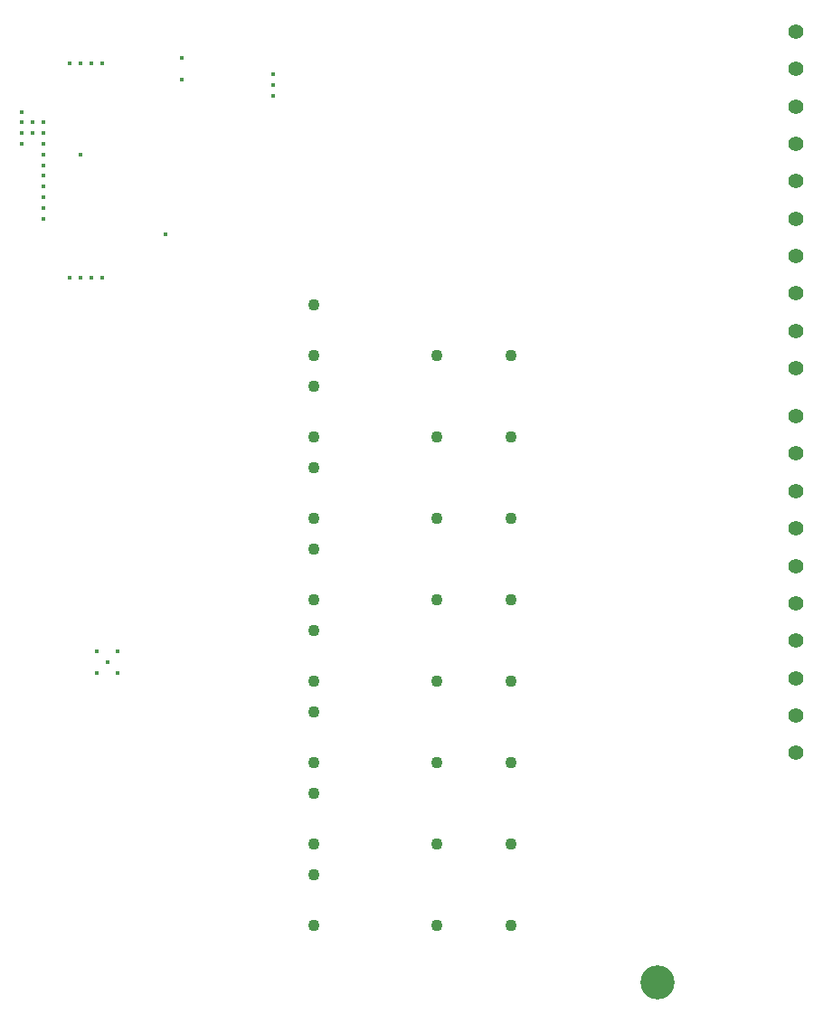
<source format=gbr>
%TF.GenerationSoftware,KiCad,Pcbnew,9.0.2*%
%TF.CreationDate,2025-05-29T14:29:54+03:00*%
%TF.ProjectId,PM-CNV_RQ8,504d2d43-4e56-45f5-9251-382e6b696361,rev?*%
%TF.SameCoordinates,Original*%
%TF.FileFunction,Plated,1,2,PTH,Drill*%
%TF.FilePolarity,Positive*%
%FSLAX46Y46*%
G04 Gerber Fmt 4.6, Leading zero omitted, Abs format (unit mm)*
G04 Created by KiCad (PCBNEW 9.0.2) date 2025-05-29 14:29:54*
%MOMM*%
%LPD*%
G01*
G04 APERTURE LIST*
%TA.AperFunction,ViaDrill*%
%ADD10C,0.400000*%
%TD*%
%TA.AperFunction,ComponentDrill*%
%ADD11C,1.100000*%
%TD*%
%TA.AperFunction,ComponentDrill*%
%ADD12C,1.400000*%
%TD*%
%TA.AperFunction,ComponentDrill*%
%ADD13C,3.200000*%
%TD*%
G04 APERTURE END LIST*
D10*
X-37500000Y35500000D03*
X-37500000Y34500000D03*
X-37500000Y33500000D03*
X-37500000Y32500000D03*
X-36500000Y34500000D03*
X-36500000Y33500000D03*
X-35500000Y34500000D03*
X-35500000Y33500000D03*
X-35500000Y32500000D03*
X-35500000Y31500000D03*
X-35500000Y30500000D03*
X-35500000Y29500000D03*
X-35500000Y28500000D03*
X-35500000Y27500000D03*
X-35500000Y26500000D03*
X-35500000Y25500000D03*
X-33000000Y40000000D03*
X-33000000Y20000000D03*
X-32000000Y40000000D03*
X-32000000Y31500000D03*
X-32000000Y20000000D03*
X-31000000Y40000000D03*
X-31000000Y20000000D03*
X-30500000Y-15000000D03*
X-30500000Y-17000000D03*
X-30000000Y40000000D03*
X-30000000Y20000000D03*
X-29500000Y-16000000D03*
X-28500000Y-15000000D03*
X-28500000Y-17000000D03*
X-24000000Y24000000D03*
X-22500000Y40500000D03*
X-22500000Y38500000D03*
X-14000000Y39000000D03*
X-14000000Y38000000D03*
X-14000000Y37000000D03*
D11*
%TO.C,K1*%
X-10160000Y17400000D03*
X-10160000Y12700000D03*
%TO.C,K2*%
X-10160000Y9780000D03*
X-10160000Y5080000D03*
%TO.C,K3*%
X-10160000Y2160000D03*
X-10160000Y-2540000D03*
%TO.C,K4*%
X-10160000Y-5460000D03*
X-10160000Y-10160000D03*
%TO.C,K5*%
X-10160000Y-13080000D03*
X-10160000Y-17780000D03*
%TO.C,K6*%
X-10160000Y-20700000D03*
X-10160000Y-25400000D03*
%TO.C,K7*%
X-10160000Y-28320000D03*
X-10160000Y-33020000D03*
%TO.C,K8*%
X-10160000Y-35940000D03*
X-10160000Y-40640000D03*
%TO.C,K1*%
X1340000Y12700000D03*
%TO.C,K2*%
X1340000Y5080000D03*
%TO.C,K3*%
X1340000Y-2540000D03*
%TO.C,K4*%
X1340000Y-10160000D03*
%TO.C,K5*%
X1340000Y-17780000D03*
%TO.C,K6*%
X1340000Y-25400000D03*
%TO.C,K7*%
X1340000Y-33020000D03*
%TO.C,K8*%
X1340000Y-40640000D03*
%TO.C,K1*%
X8340000Y12700000D03*
%TO.C,K2*%
X8340000Y5080000D03*
%TO.C,K3*%
X8340000Y-2540000D03*
%TO.C,K4*%
X8340000Y-10160000D03*
%TO.C,K5*%
X8340000Y-17780000D03*
%TO.C,K6*%
X8340000Y-25400000D03*
%TO.C,K7*%
X8340000Y-33020000D03*
%TO.C,K8*%
X8340000Y-40640000D03*
D12*
%TO.C,J7*%
X35000000Y43000000D03*
X35000000Y39500000D03*
X35000000Y36000000D03*
X35000000Y32500000D03*
X35000000Y29000000D03*
X35000000Y25500000D03*
X35000000Y22000000D03*
X35000000Y18500000D03*
X35000000Y15000000D03*
X35000000Y11500000D03*
%TO.C,J8*%
X35000000Y7000000D03*
X35000000Y3500000D03*
X35000000Y0D03*
X35000000Y-3500000D03*
X35000000Y-7000000D03*
X35000000Y-10500000D03*
X35000000Y-14000000D03*
X35000000Y-17500000D03*
X35000000Y-21000000D03*
X35000000Y-24500000D03*
D13*
%TO.C,PE1*%
X22000000Y-46000000D03*
M02*

</source>
